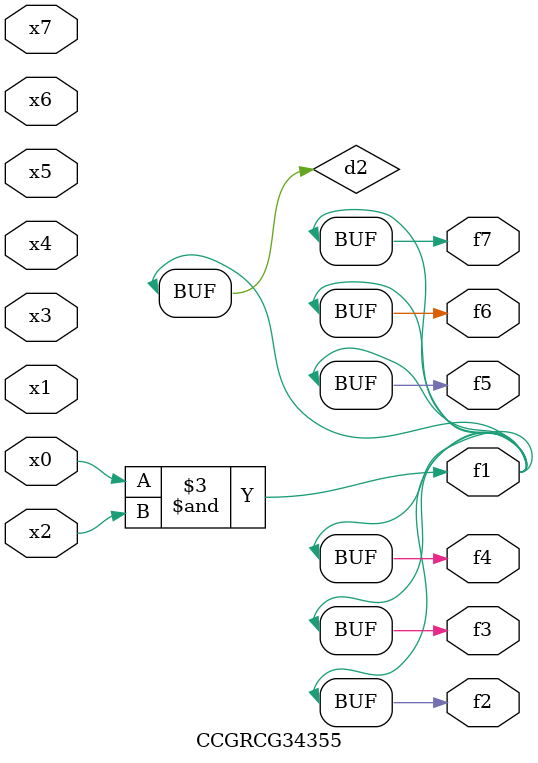
<source format=v>
module CCGRCG34355(
	input x0, x1, x2, x3, x4, x5, x6, x7,
	output f1, f2, f3, f4, f5, f6, f7
);

	wire d1, d2;

	nor (d1, x3, x6);
	and (d2, x0, x2);
	assign f1 = d2;
	assign f2 = d2;
	assign f3 = d2;
	assign f4 = d2;
	assign f5 = d2;
	assign f6 = d2;
	assign f7 = d2;
endmodule

</source>
